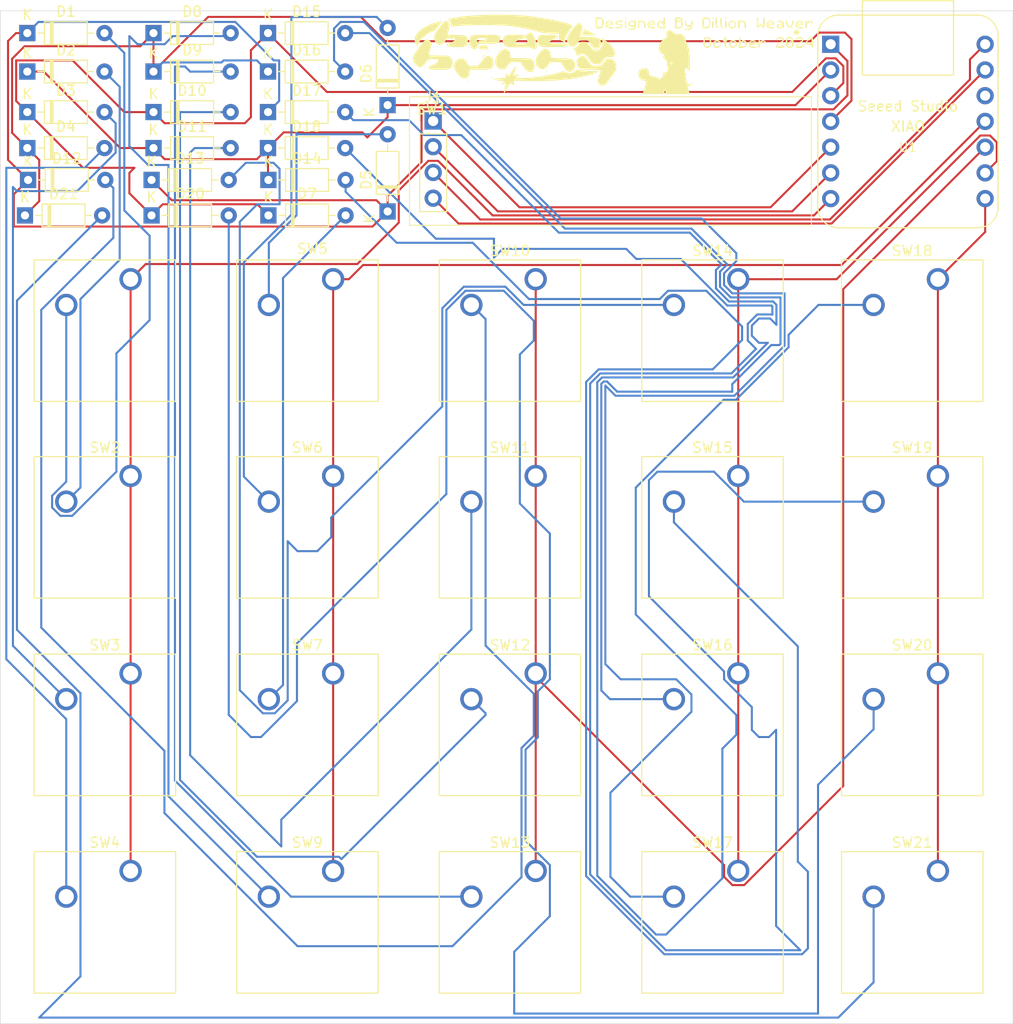
<source format=kicad_pcb>
(kicad_pcb (version 20240108) (generator "pcbnew") (generator_version "8.0")
  (layers (0 "F.Cu" signal) (31 "B.Cu" signal) (34 "B.Paste" user) (35 "F.Paste" user) (36 "B.SilkS" user "B.Silkscreen") (37 "F.SilkS" user "F.Silkscreen") (38 "B.Mask" user) (39 "F.Mask" user) (44 "Edge.Cuts" user))
  (net 0 "")
  (net 1 "Net-(D1-A)")
  (net 2 "ROW1")
  (net 3 "ROW2")
  (net 4 "Net-(D2-A)")
  (net 5 "Net-(D3-A)")
  (net 6 "ROW3")
  (net 7 "ROW4")
  (net 8 "Net-(D4-A)")
  (net 9 "Net-(D5-A)")
  (net 10 "Net-(D6-A)")
  (net 11 "Net-(D7-A)")
  (net 12 "Net-(D8-A)")
  (net 13 "Net-(D9-A)")
  (net 14 "Net-(D10-A)")
  (net 15 "Net-(D11-A)")
  (net 16 "Net-(D12-A)")
  (net 17 "Net-(D13-A)")
  (net 18 "Net-(D14-A)")
  (net 19 "Net-(D15-A)")
  (net 20 "Net-(D16-A)")
  (net 21 "Net-(D17-A)")
  (net 22 "Net-(D18-A)")
  (net 23 "Net-(D20-A)")
  (net 24 "Net-(D21-A)")
  (net 25 "SDA")
  (net 26 "GND")
  (net 27 "VCC")
  (net 28 "SCL")
  (net 29 "COL1")
  (net 30 "COL5")
  (net 31 "COL4")
  (net 32 "COL3")
  (net 33 "COL2")
  (footprint "Button_Switch_Keyboard:SW_Cherry_MX_1.00u_PCB" (layer "F.Cu") (at 157.12 86.92)
    (property "Reference" "SW16")
    (property "Value" "SW_Push")
  )
  (footprint "Button_Switch_Keyboard:SW_Cherry_MX_1.00u_PCB" (layer "F.Cu") (at 117.12 86.92)
    (property "Reference" "SW7")
    (property "Value" "SW_Push")
  )
  (footprint "Diode_THT:D_DO-35_SOD27_P7.62mm_Horizontal" (layer "F.Cu") (at 86.92 35.05)
    (property "Reference" "D4")
    (property "Value" "D")
  )
  (footprint "Diode_THT:D_DO-35_SOD27_P7.62mm_Horizontal" (layer "F.Cu") (at 110.69 31.5)
    (property "Reference" "D17")
    (property "Value" "D")
  )
  (footprint "Diode_THT:D_DO-35_SOD27_P7.62mm_Horizontal" (layer "F.Cu") (at 99.38 31.5)
    (property "Reference" "D10")
    (property "Value" "D")
  )
  (footprint "Button_Switch_Keyboard:SW_Cherry_MX_1.00u_PCB" (layer "F.Cu") (at 117.12 106.42)
    (property "Reference" "SW9")
    (property "Value" "SW_Push")
  )
  (footprint "Diode_THT:D_DO-35_SOD27_P7.62mm_Horizontal" (layer "F.Cu") (at 110.69 35.05)
    (property "Reference" "D18")
    (property "Value" "D")
  )
  (footprint "Diode_THT:D_DO-35_SOD27_P7.62mm_Horizontal" (layer "F.Cu") (at 122.5 30.81 90)
    (property "Reference" "D6")
    (property "Value" "D")
  )
  (footprint "Diode_THT:D_DO-35_SOD27_P7.62mm_Horizontal" (layer "F.Cu") (at 110.69 23.7)
    (property "Reference" "D15")
    (property "Value" "D")
  )
  (footprint "Diode_THT:D_DO-35_SOD27_P7.62mm_Horizontal" (layer "F.Cu") (at 86.92 31.5)
    (property "Reference" "D3")
    (property "Value" "D")
  )
  (footprint "Button_Switch_Keyboard:SW_Cherry_MX_1.00u_PCB" (layer "F.Cu") (at 97.12 86.92)
    (property "Reference" "SW3")
    (property "Value" "SW_Push")
  )
  (footprint "Diode_THT:D_DO-35_SOD27_P7.62mm_Horizontal" (layer "F.Cu") (at 99.38 35.05)
    (property "Reference" "D11")
    (property "Value" "D")
  )
  (footprint "Button_Switch_Keyboard:SW_Cherry_MX_1.00u_PCB" (layer "F.Cu") (at 117.12 47.99747)
    (property "Reference" "SW5")
    (property "Value" "SW_Push")
  )
  (footprint "Diode_THT:D_DO-35_SOD27_P7.62mm_Horizontal" (layer "F.Cu") (at 110.69 27.5)
    (property "Reference" "D16")
    (property "Value" "D")
  )
  (footprint "Seeed Studio XIAO Series Library:XIAO-Generic-Thruhole-14P-2.54-21X17.8MM" (layer "F.Cu") (at 173.875 32.42)
    (property "Reference" "U1")
    (property "Value" "Seeed Studio XIAO SAMD21" (hide yes))
  )
  (footprint "Diode_THT:D_DO-35_SOD27_P7.62mm_Horizontal" (layer "F.Cu") (at 110.73 41.7)
    (property "Reference" "D7")
    (property "Value" "D")
  )
  (footprint "Button_Switch_Keyboard:SW_Cherry_MX_1.00u_PCB" (layer "F.Cu") (at 176.836 47.99747)
    (property "Reference" "SW18")
    (property "Value" "SW_Push")
  )
  (footprint "Diode_THT:D_DO-35_SOD27_P7.62mm_Horizontal" (layer "F.Cu") (at 86.92 27.5)
    (property "Reference" "D2")
    (property "Value" "D")
  )
  (footprint "Button_Switch_Keyboard:SW_Cherry_MX_1.00u_PCB" (layer "F.Cu") (at 97.12 67.42)
    (property "Reference" "SW2")
    (property "Value" "SW_Push")
  )
  (footprint "LOGO" (layer "F.Cu") (at 149.336596 26.352368)
    (property "Reference" "G***" (hide yes))
    (property "Value" "LOGO" (hide yes))
  )
  (footprint "Button_Switch_Keyboard:SW_Cherry_MX_1.00u_PCB" (layer "F.Cu") (at 157.12 106.42)
    (property "Reference" "SW17")
    (property "Value" "SW_Push")
  )
  (footprint "Diode_THT:D_DO-35_SOD27_P7.62mm_Horizontal" (layer "F.Cu") (at 99.38 23.7)
    (property "Reference" "D8")
    (property "Value" "D")
  )
  (footprint "Button_Switch_Keyboard:SW_Cherry_MX_1.00u_PCB" (layer "F.Cu") (at 176.836 106.42)
    (property "Reference" "SW21")
    (property "Value" "SW_Push")
  )
  (footprint "Button_Switch_Keyboard:SW_Cherry_MX_1.00u_PCB" (layer "F.Cu") (at 157.12 47.99747)
    (property "Reference" "SW14")
    (property "Value" "SW_Push")
  )
  (footprint "Button_Switch_Keyboard:SW_Cherry_MX_1.00u_PCB" (layer "F.Cu") (at 137.12 67.42)
    (property "Reference" "SW11")
    (property "Value" "SW_Push")
  )
  (footprint "LOGO" (layer "F.Cu") (at 153.820198 23.413117)
    (property "Reference" "G***" (hide yes))
    (property "Value" "LOGO" (hide yes))
  )
  (footprint "Diode_THT:D_DO-35_SOD27_P7.62mm_Horizontal" (layer "F.Cu") (at 110.73 38.2)
    (property "Reference" "D14")
    (property "Value" "D")
  )
  (footprint "Button_Switch_Keyboard:SW_Cherry_MX_1.00u_PCB" (layer "F.Cu") (at 137.12 86.92)
    (property "Reference" "SW12")
    (property "Value" "SW_Push")
  )
  (footprint "Button_Switch_Keyboard:SW_Cherry_MX_1.00u_PCB" (layer "F.Cu") (at 176.836 67.42)
    (property "Reference" "SW19")
    (property "Value" "SW_Push")
  )
  (footprint "LOGO" (layer "F.Cu") (at 135.088703 25.256376)
    (property "Reference" "G***" (hide yes))
    (property "Value" "LOGO" (hide yes))
  )
  (footprint "Diode_THT:D_DO-35_SOD27_P7.62mm_Horizontal" (layer "F.Cu") (at 86.92 23.7)
    (property "Reference" "D1")
    (property "Value" "D")
  )
  (footprint "Connector_PinHeader_2.54mm:PinHeader_1x04_P2.54mm_Vertical" (layer "F.Cu") (at 127 32.38)
    (property "Reference" "J1")
    (property "Value" "OLED_DISPLAY")
  )
  (footprint "Diode_THT:D_DO-35_SOD27_P7.62mm_Horizontal" (layer "F.Cu") (at 99.19 38.2)
    (property "Reference" "D13")
    (property "Value" "D")
  )
  (footprint "Button_Switch_Keyboard:SW_Cherry_MX_1.00u_PCB" (layer "F.Cu") (at 176.836 86.92)
    (property "Reference" "SW20")
    (property "Value" "SW_Push")
  )
  (footprint "Diode_THT:D_DO-35_SOD27_P7.62mm_Horizontal" (layer "F.Cu") (at 99.19 41.7)
    (property "Reference" "D20")
    (property "Value" "D")
  )
  (footprint "Button_Switch_Keyboard:SW_Cherry_MX_1.00u_PCB" (layer "F.Cu") (at 97.12 47.99747)
    (property "Reference" "SW1")
    (property "Value" "SW_Push")
  )
  (footprint "Button_Switch_Keyboard:SW_Cherry_MX_1.00u_PCB" (layer "F.Cu") (at 137.12 106.42)
    (property "Reference" "SW13")
    (property "Value" "SW_Push")
  )
  (footprint "Button_Switch_Keyboard:SW_Cherry_MX_1.00u_PCB" (layer "F.Cu") (at 97.12 106.42)
    (property "Reference" "SW4")
    (property "Value" "SW_Push")
  )
  (footprint "Diode_THT:D_DO-35_SOD27_P7.62mm_Horizontal" (layer "F.Cu") (at 122.5 41.31 90)
    (property "Reference" "D5")
    (property "Value" "D")
  )
  (footprint "Diode_THT:D_DO-35_SOD27_P7.62mm_Horizontal" (layer "F.Cu") (at 87 38.2)
    (property "Reference" "D12")
    (property "Value" "D")
  )
  (footprint "Diode_THT:D_DO-35_SOD27_P7.62mm_Horizontal" (layer "F.Cu") (at 86.69 41.7)
    (property "Reference" "D21")
    (property "Value" "D")
  )
  (footprint "Button_Switch_Keyboard:SW_Cherry_MX_1.00u_PCB" (layer "F.Cu") (at 137.12 47.99747)
    (property "Reference" "SW10")
    (property "Value" "SW_Push")
  )
  (footprint "Button_Switch_Keyboard:SW_Cherry_MX_1.00u_PCB" (layer "F.Cu") (at 117.12 67.42)
    (property "Reference" "SW6")
    (property "Value" "SW_Push")
  )
  (footprint "Button_Switch_Keyboard:SW_Cherry_MX_1.00u_PCB" (layer "F.Cu") (at 157.12 67.42)
    (property "Reference" "SW15")
    (property "Value" "SW_Push")
  )
  (footprint "Diode_THT:D_DO-35_SOD27_P7.62mm_Horizontal" (layer "F.Cu") (at 99.38 27.5)
    (property "Reference" "D9")
    (property "Value" "D")
  )
  (gr_rect (start 124.65625 29.98) (end 164.34375 42.68) (stroke (width 0.1)) (fill none) (layer "F.SilkS"))
  (gr_rect (start 84.25 21.5) (end 184.25 121.5) (stroke (width 0.05)) (fill none) (layer "Edge.Cuts"))
  (segment (start 99 52.040414) (end 99 43.71) (width 0.2) (layer "B.Cu") (net 1))
  (segment (start 90.77 50.53747) (end 90.77 67.980101) (width 0.2) (layer "B.Cu") (net 1))
  (segment (start 90.77 67.980101) (end 89.37 69.380101) (width 0.2) (layer "B.Cu") (net 1))
  (segment (start 90.190101 71.36) (end 91.36 71.36) (width 0.2) (layer "B.Cu") (net 1))
  (segment (start 91.36 71.36) (end 95.72 67) (width 0.2) (layer "B.Cu") (net 1))
  (segment (start 89.37 69.380101) (end 89.37 70.539899) (width 0.2) (layer "B.Cu") (net 1))
  (segment (start 89.37 70.539899) (end 90.190101 71.36) (width 0.2) (layer "B.Cu") (net 1))
  (segment (start 96.5 25.66) (end 94.54 23.7) (width 0.2) (layer "B.Cu") (net 1))
  (segment (start 99 43.71) (end 96.5 41.21) (width 0.2) (layer "B.Cu") (net 1))
  (segment (start 95.72 55.320414) (end 99 52.040414) (width 0.2) (layer "B.Cu") (net 1))
  (segment (start 96.5 41.21) (end 96.5 25.66) (width 0.2) (layer "B.Cu") (net 1))
  (segment (start 95.72 67) (end 95.72 55.320414) (width 0.2) (layer "B.Cu") (net 1))
  (segment (start 121.01 42.8) (end 85.59 42.8) (width 0.2) (layer "F.Cu") (net 2))
  (segment (start 167.9 26.45) (end 166.25 24.8) (width 0.2) (layer "F.Cu") (net 2))
  (segment (start 99.19 38.2) (end 101.19 40.2) (width 0.2) (layer "F.Cu") (net 2))
  (segment (start 125.85 31.23) (end 166.526346 31.23) (width 0.2) (layer "F.Cu") (net 2))
  (segment (start 122.5 41.31) (end 121.01 42.8) (width 0.2) (layer "F.Cu") (net 2))
  (segment (start 101.19 40.2) (end 121.39 40.2) (width 0.2) (layer "F.Cu") (net 2))
  (segment (start 85.59 42.8) (end 85.59 39.61) (width 0.2) (layer "F.Cu") (net 2))
  (segment (start 122.5 39.767969) (end 125.85 36.417969) (width 0.2) (layer "F.Cu") (net 2))
  (segment (start 85.02 36.22) (end 87 38.2) (width 0.2) (layer "F.Cu") (net 2))
  (segment (start 86.92 23.7) (end 85.8 23.7) (width 0.2) (layer "F.Cu") (net 2))
  (segment (start 85.8 23.7) (end 85.02 24.48) (width 0.2) (layer "F.Cu") (net 2))
  (segment (start 85.02 24.48) (end 85.02 36.22) (width 0.2) (layer "F.Cu") (net 2))
  (segment (start 166.526346 31.23) (end 167.9 29.856346) (width 0.2) (layer "F.Cu") (net 2))
  (segment (start 167.9 29.856346) (end 167.9 26.45) (width 0.2) (layer "F.Cu") (net 2))
  (segment (start 125.85 36.417969) (end 125.85 31.23) (width 0.2) (layer "F.Cu") (net 2))
  (segment (start 122.5 41.31) (end 122.5 39.767969) (width 0.2) (layer "F.Cu") (net 2))
  (segment (start 85.59 39.61) (end 87 38.2) (width 0.2) (layer "F.Cu") (net 2))
  (segment (start 121.39 40.2) (end 122.5 41.31) (width 0.2) (layer "F.Cu") (net 2))
  (segment (start 88.02 22.6) (end 86.92 23.7) (width 0.2) (layer "B.Cu") (net 2))
  (segment (start 111.79 30.4) (end 111.79 26.4) (width 0.2) (layer "B.Cu") (net 2))
  (segment (start 111.79 26.4) (end 111.255635 26.4) (width 0.2) (layer "B.Cu") (net 2))
  (segment (start 107.455635 22.6) (end 88.02 22.6) (width 0.2) (layer "B.Cu") (net 2))
  (segment (start 111.255635 26.4) (end 107.455635 22.6) (width 0.2) (layer "B.Cu") (net 2))
  (segment (start 110.69 31.5) (end 111.79 30.4) (width 0.2) (layer "B.Cu") (net 2))
  (segment (start 122.5 32) (end 122.5 30.81) (width 0.2) (layer "F.Cu") (net 3))
  (segment (start 110.69 38.16) (end 110.73 38.2) (width 0.2) (layer "F.Cu") (net 3))
  (segment (start 88.545635 27.5) (end 96.095635 35.05) (width 0.2) (layer "F.Cu") (net 3))
  (segment (start 96.095635 35.05) (end 99.38 35.05) (width 0.2) (layer "F.Cu") (net 3))
  (segment (start 99.38 35.05) (end 100.48 36.15) (width 0.2) (layer "F.Cu") (net 3))
  (segment (start 110.69 35.05) (end 112.24 33.5) (width 0.2) (layer "F.Cu") (net 3))
  (segment (start 109.59 36.15) (end 110.69 35.05) (width 0.2) (layer "F.Cu") (net 3))
  (segment (start 122.5 30.81) (end 162.78 30.81) (width 0.2) (layer "F.Cu") (net 3))
  (segment (start 112.24 33.5) (end 120 33.5) (width 0.2) (layer "F.Cu") (net 3))
  (segment (start 100.48 36.15) (end 109.59 36.15) (width 0.2) (layer "F.Cu") (net 3))
  (segment (start 162.78 30.81) (end 166.25 27.34) (width 0.2) (layer "F.Cu") (net 3))
  (segment (start 110.69 35.05) (end 110.69 38.16) (width 0.2) (layer "F.Cu") (net 3))
  (segment (start 120.5 34) (end 122.5 32) (width 0.2) (layer "F.Cu") (net 3))
  (segment (start 120 33.5) (end 120.5 34) (width 0.2) (layer "F.Cu") (net 3))
  (segment (start 86.92 27.5) (end 88.545635 27.5) (width 0.2) (layer "F.Cu") (net 3))
  (segment (start 96.04 29) (end 94.54 27.5) (width 0.2) (layer "B.Cu") (net 4))
  (segment (start 92.17 68.56) (end 92.17 49.957571) (width 0.2) (layer "B.Cu") (net 4))
  (segment (start 90.77 69.96) (end 92.17 68.56) (width 0.2) (layer "B.Cu") (net 4))
  (segment (start 92.17 49.957571) (end 96.04 46.087571) (width 0.2) (layer "B.Cu") (net 4))
  (segment (start 96.04 46.087571) (end 96.04 29) (width 0.2) (layer "B.Cu") (net 4))
  (segment (start 95.64 35.505635) (end 95.64 32.6) (width 0.2) (layer "B.Cu") (net 5))
  (segment (start 85.9 39.3) (end 91.845635 39.3) (width 0.2) (layer "B.Cu") (net 5))
  (segment (start 95.64 32.6) (end 94.54 31.5) (width 0.2) (layer "B.Cu") (net 5))
  (segment (start 85.5 38.9) (end 85.9 39.3) (width 0.2) (layer "B.Cu") (net 5))
  (segment (start 85.5 84.19) (end 85.5 38.9) (width 0.2) (layer "B.Cu") (net 5))
  (segment (start 90.77 89.46) (end 85.5 84.19) (width 0.2) (layer "B.Cu") (net 5))
  (segment (start 91.845635 39.3) (end 95.64 35.505635) (width 0.2) (layer "B.Cu") (net 5))
  (segment (start 92.42 37) (end 97.5 37) (width 0.2) (layer "F.Cu") (net 6))
  (segment (start 97 39.51) (end 99.19 41.7) (width 0.2) (layer "F.Cu") (net 6))
  (segment (start 85.82 30.4) (end 85.82 26.4) (width 0.2) (layer "F.Cu") (net 6))
  (segment (start 108.4 32.6) (end 109 32) (width 0.2) (layer "F.Cu") (net 6))
  (segment (start 85.82 26.4) (end 91.4 26.4) (width 0.2) (layer "F.Cu") (net 6))
  (segment (start 109 32) (end 109 25.39) (width 0.2) (layer "F.Cu") (net 6))
  (segment (start 86.92 31.5) (end 85.82 30.4) (width 0.2) (layer "F.Cu") (net 6))
  (segment (start 116.502157 29.512157) (end 162.451497 29.512157) (width 0.2) (layer "F.Cu") (net 6))
  (segment (start 110.69 23.7) (end 116.502157 29.512157) (width 0.2) (layer "F.Cu") (net 6))
  (segment (start 96.5 31.5) (end 99.38 31.5) (width 0.2) (layer "F.Cu") (net 6))
  (segment (start 165.773654 26.19) (end 166.726346 26.19) (width 0.2) (layer "F.Cu") (net 6))
  (segment (start 167.5 28.63) (end 166.25 29.88) (width 0.2) (layer "F.Cu") (net 6))
  (segment (start 99.38 31.5) (end 100.48 32.6) (width 0.2) (layer "F.Cu") (net 6))
  (segment (start 109 25.39) (end 110.69 23.7) (width 0.2) (layer "F.Cu") (net 6))
  (segment (start 162.451497 29.512157) (end 165.773654 26.19) (width 0.2) (layer "F.Cu") (net 6))
  (segment (start 100.29 40.6) (end 109.63 40.6) (width 0.2) (layer "F.Cu") (net 6))
  (segment (start 100.48 32.6) (end 108.4 32.6) (width 0.2) (layer "F.Cu") (net 6))
  (segment (start 86.92 31.5) (end 92.42 37) (width 0.2) (layer "F.Cu") (net 6))
  (segment (start 91.4 26.4) (end 96.5 31.5) (width 0.2) (layer "F.Cu") (net 6))
  (segment (start 97 37.5) (end 97 39.51) (width 0.2) (layer "F.Cu") (net 6))
  (segment (start 167.5 26.963654) (end 167.5 28.63) (width 0.2) (layer "F.Cu") (net 6))
  (segment (start 97.5 37) (end 97 37.5) (width 0.2) (layer "F.Cu") (net 6))
  (segment (start 99.19 41.7) (end 100.29 40.6) (width 0.2) (layer "F.Cu") (net 6))
  (segment (start 109.63 40.6) (end 110.73 41.7) (width 0.2) (layer "F.Cu") (net 6))
  (segment (start 166.726346 26.19) (end 167.5 26.963654) (width 0.2) (layer "F.Cu") (net 6))
  (segment (start 98.08 25) (end 99.38 23.7) (width 0.2) (layer "F.Cu") (net 7))
  (segment (start 86.92 35.05) (end 88.1 36.23) (width 0.2) (layer "F.Cu") (net 7))
  (segment (start 119.854365 22.1) (end 122.254365 24.5) (width 0.2) (layer "F.Cu") (net 7))
  (segment (start 88.1 40.29) (end 86.69 41.7) (width 0.2) (layer "F.Cu") (net 7))
  (segment (start 86.654315 25) (end 98.08 25) (width 0.2) (layer "F.Cu") (net 7))
  (segment (start 85.42 33.55) (end 85.42 26.234315) (width 0.2) (layer "F.Cu") (net 7))
  (segment (start 104.78 22.1) (end 119.854365 22.1) (width 0.2) (layer "F.Cu") (net 7))
  (segment (start 164.25 24.5) (end 165.1 23.65) (width 0.2) (layer "F.Cu") (net 7))
  (segment (start 99.38 27.5) (end 104.78 22.1) (width 0.2) (layer "F.Cu") (net 7))
  (segment (start 167.65 23.65) (end 168.3 24.3) (width 0.2) (layer "F.Cu") (net 7))
  (segment (start 122.254365 24.5) (end 164.25 24.5) (width 0.2) (layer "F.Cu") (net 7))
  (segment (start 86.92 35.05) (end 85.42 33.55) (width 0.2) (layer "F.Cu") (net 7))
  (segment (start 85.42 26.234315) (end 86.654315 25) (width 0.2) (layer "F.Cu") (net 7))
  (segment (start 99.38 23.7) (end 99.38 27.5) (width 0.2) (layer "F.Cu") (net 7))
  (segment (start 165.1 23.65) (end 167.65 23.65) (width 0.2) (layer "F.Cu") (net 7))
  (segment (start 168.3 30.37) (end 166.25 32.42) (width 0.2) (layer "F.Cu") (net 7))
  (segment (start 88.1 36.23) (end 88.1 40.29) (width 0.2) (layer "F.Cu") (net 7))
  (segment (start 168.3 24.3) (end 168.3 30.37) (width 0.2) (layer "F.Cu") (net 7))
  (segment (start 100.28 26.6) (end 106.100001 26.6) (width 0.2) (layer "B.Cu") (net 7))
  (segment (start 106.300001 26.4) (end 109.59 26.4) (width 0.2) (layer "B.Cu") (net 7))
  (segment (start 109.59 26.4) (end 110.69 27.5) (width 0.2) (layer "B.Cu") (net 7))
  (segment (start 106.100001 26.6) (end 106.300001 26.4) (width 0.2) (layer "B.Cu") (net 7))
  (segment (start 99.38 27.5) (end 100.28 26.6) (width 0.2) (layer "B.Cu") (net 7))
  (segment (start 84.85 85.519899) (end 84.85 37) (width 0.2) (layer "B.Cu") (net 8))
  (segment (start 90.77 108.96) (end 90.77 91.439899) (width 0.2) (layer "B.Cu") (net 8))
  (segment (start 84.85 37) (end 92.59 37) (width 0.2) (layer "B.Cu") (net 8))
  (segment (start 90.77 91.439899) (end 84.85 85.519899) (width 0.2) (layer "B.Cu") (net 8))
  (segment (start 92.59 37) (end 94.54 35.05) (width 0.2) (layer "B.Cu") (net 8))
  (segment (start 113.69 33.69) (end 122.5 33.69) (width 0.2) (layer "B.Cu") (net 9))
  (segment (start 113.5 41.695686) (end 113.5 33.5) (width 0.2) (layer "B.Cu") (net 9))
  (segment (start 110.77 50.53747) (end 110.77 44.425686) (width 0.2) (layer "B.Cu") (net 9))
  (segment (start 113.5 33.5) (end 113.69 33.69) (width 0.2) (layer "B.Cu") (net 9))
  (segment (start 110.77 44.425686) (end 113.5 41.695686) (width 0.2) (layer "B.Cu") (net 9))
  (segment (start 121.41 22.1) (end 122.5 23.19) (width 0.2) (layer "B.Cu") (net 10))
  (segment (start 108.3 67.49) (end 108.3 46.33) (width 0.2) (layer "B.Cu") (net 10))
  (segment (start 113 22.1) (end 121.41 22.1) (width 0.2) (layer "B.Cu") (net 10))
  (segment (start 110.77 69.96) (end 108.3 67.49) (width 0.2) (layer "B.Cu") (net 10))
  (segment (start 108.3 46.33) (end 113 41.63) (width 0.2) (layer "B.Cu") (net 10))
  (segment (start 113 41.63) (end 113 22.1) (width 0.2) (layer "B.Cu") (net 10))
  (segment (start 112.17 88.06) (end 110.77 89.46) (width 0.2) (layer "B.Cu") (net 11))
  (segment (start 118.35 41.7) (end 112.17 47.88) (width 0.2) (layer "B.Cu") (net 11))
  (segment (start 112.17 47.88) (end 112.17 88.06) (width 0.2) (layer "B.Cu") (net 11))
  (segment (start 98.85 36.72) (end 97 34.87) (width 0.2) (layer "B.Cu") (net 12))
  (segment (start 97 24) (end 97.8 24.8) (width 0.2) (layer "B.Cu") (net 12))
  (segment (start 100.86 36.72) (end 98.85 36.72) (width 0.2) (layer "B.Cu") (net 12))
  (segment (start 100.48 24.8) (end 101.28 24) (width 0.2) (layer "B.Cu") (net 12))
  (segment (start 110.77 108.96) (end 100.86 99.05) (width 0.2) (layer "B.Cu") (net 12))
  (segment (start 101.28 24) (end 106.7 24) (width 0.2) (layer "B.Cu") (net 12))
  (segment (start 97 34.87) (end 97 24) (width 0.2) (layer "B.Cu") (net 12))
  (segment (start 97.8 24.8) (end 100.48 24.8) (width 0.2) (layer "B.Cu") (net 12))
  (segment (start 100.86 99.05) (end 100.86 36.72) (width 0.2) (layer "B.Cu") (net 12))
  (segment (start 106.7 24) (end 107 23.7) (width 0.2) (layer "B.Cu") (net 12))
  (segment (start 130.77 108.96) (end 112.96 108.96) (width 0.2) (layer "B.Cu") (net 13))
  (segment (start 101.5 27) (end 102.5 27) (width 0.2) (layer "B.Cu") (net 13))
  (segment (start 101.5 97.5) (end 101.5 27) (width 0.2) (layer "B.Cu") (net 13))
  (segment (start 112.96 108.96) (end 101.5 97.5) (width 0.2) (layer "B.Cu") (net 13))
  (segment (start 102.5 27) (end 103 27.5) (width 0.2) (layer "B.Cu") (net 13))
  (segment (start 103 27.5) (end 107 27.5) (width 0.2) (layer "B.Cu") (net 13))
  (segment (start 117.938477 105.258579) (end 117.699899 105.02) (width 0.2) (layer "B.Cu") (net 14))
  (segment (start 117.699899 105.02) (end 109.585686 105.02) (width 0.2) (layer "B.Cu") (net 14))
  (segment (start 132.17 91.027056) (end 117.938477 105.258579) (width 0.2) (layer "B.Cu") (net 14))
  (segment (start 102 31.5) (end 107 31.5) (width 0.2) (layer "B.Cu") (net 14))
  (segment (start 109.585686 105.02) (end 102 97.434314) (width 0.2) (layer "B.Cu") (net 14))
  (segment (start 132.17 90.86) (end 132.17 91.027056) (width 0.2) (layer "B.Cu") (net 14))
  (segment (start 102 97.434314) (end 102 31.5) (width 0.2) (layer "B.Cu") (net 14))
  (segment (start 130.77 89.46) (end 132.17 90.86) (width 0.2) (layer "B.Cu") (net 14))
  (segment (start 130.77 69.96) (end 130.77 82.587056) (width 0.2) (layer "B.Cu") (net 15))
  (segment (start 103 35.5) (end 103.45 35.05) (width 0.2) (layer "B.Cu") (net 15))
  (segment (start 112 104) (end 103 95) (width 0.2) (layer "B.Cu") (net 15))
  (segment (start 103.45 35.05) (end 107 35.05) (width 0.2) (layer "B.Cu") (net 15))
  (segment (start 103 95) (end 103 35.5) (width 0.2) (layer "B.Cu") (net 15))
  (segment (start 112 101.357056) (end 112 104) (width 0.2) (layer "B.Cu") (net 15))
  (segment (start 130.77 82.587056) (end 112 101.357056) (width 0.2) (layer "B.Cu") (net 15))
  (segment (start 135.72 107.036598) (end 135.72 94.28) (width 0.2) (layer "B.Cu") (net 16))
  (segment (start 88.3 82.396598) (end 100.46 94.556598) (width 0.2) (layer "B.Cu") (net 16))
  (segment (start 132.17 84.17) (end 132.17 51.93747) (width 0.2) (layer "B.Cu") (net 16))
  (segment (start 100.46 94.556598) (end 100.46 100.703402) (width 0.2) (layer "B.Cu") (net 16))
  (segment (start 136.93 93.07) (end 136.93 88.93) (width 0.2) (layer "B.Cu") (net 16))
  (segment (start 113.606598 113.85) (end 128.906598 113.85) (width 0.2) (layer "B.Cu") (net 16))
  (segment (start 100.46 100.703402) (end 113.606598 113.85) (width 0.2) (layer "B.Cu") (net 16))
  (segment (start 132.17 51.93747) (end 130.77 50.53747) (width 0.2) (layer "B.Cu") (net 16))
  (segment (start 128.906598 113.85) (end 135.72 107.036598) (width 0.2) (layer "B.Cu") (net 16))
  (segment (start 88.3 51.027571) (end 88.3 82.396598) (width 0.2) (layer "B.Cu") (net 16))
  (segment (start 95.419999 38.999999) (end 95.419999 43.907572) (width 0.2) (layer "B.Cu") (net 16))
  (segment (start 136.93 88.93) (end 132.17 84.17) (width 0.2) (layer "B.Cu") (net 16))
  (segment (start 135.72 94.28) (end 136.93 93.07) (width 0.2) (layer "B.Cu") (net 16))
  (segment (start 94.62 38.2) (end 95.419999 38.999999) (width 0.2) (layer "B.Cu") (net 16))
  (segment (start 95.419999 43.907572) (end 88.3 51.027571) (width 0.2) (layer "B.Cu") (net 16))
  (segment (start 127.9 60.556598) (end 127.9 50.861885) (width 0.2) (layer "B.Cu") (net 17))
  (segment (start 111.349899 90.86) (end 112.63 89.579899) (width 0.2) (layer "B.Cu") (net 17))
  (segment (start 112.63 73.873402) (end 113.606598 74.85) (width 0.2) (layer "B.Cu") (net 17))
  (segment (start 113.606598 74.85) (end 115.553402 74.85) (width 0.2) (layer "B.Cu") (net 17))
  (segment (start 109.63 40.6) (end 107.9 42.33) (width 0.2) (layer "B.Cu") (net 17))
  (segment (start 107.9 42.33) (end 107.9 88.569899) (width 0.2) (layer "B.Cu") (net 17))
  (segment (start 112.63 89.579899) (end 112.63 73.873402) (width 0.2) (layer "B.Cu") (net 17))
  (segment (start 130.024415 48.73747) (end 134.129088 48.73747) (width 0.2) (layer "B.Cu") (net 17))
  (segment (start 135.929088 50.53747) (end 150.77 50.53747) (width 0.2) (layer "B.Cu") (net 17))
  (segment (start 111.23 36.5) (end 111.83 37.1) (width 0.2) (layer "B.Cu") (net 17))
  (segment (start 110.190101 90.86) (end 111.349899 90.86) (width 0.2) (layer "B.Cu") (net 17))
  (segment (start 116.93 71.526598) (end 127.9 60.556598) (width 0.2) (layer "B.Cu") (net 17))
  (segment (start 115.553402 74.85) (end 116.93 73.473402) (width 0.2) (layer "B.Cu") (net 17))
  (segment (start 111.83 37.1) (end 111.83 40.6) (width 0.2) (layer "B.Cu") (net 17))
  (segment (start 107.9 88.569899) (end 110.190101 90.86) (width 0.2) (layer "B.Cu") (net 17))
  (segment (start 108.51 36.5) (end 111.23 36.5) (width 0.2) (layer "B.Cu") (net 17))
  (segment (start 111.83 40.6) (end 109.63 40.6) (width 0.2) (layer "B.Cu") (net 17))
  (segment (start 116.93 73.473402) (end 116.93 71.526598) (width 0.2) (layer "B.Cu") (net 17))
  (segment (start 106.81 38.2) (end 108.51 36.5) (width 0.2) (layer "B.Cu") (net 17))
  (segment (start 127.9 50.861885) (end 130.024415 48.73747) (width 0.2) (layer "B.Cu") (net 17))
  (segment (start 134.129088 48.73747) (end 135.929088 50.53747) (width 0.2) (layer "B.Cu") (net 17))
  (segment (start 118.35 38.2) (end 118.35 39.36) (width 0.2) (layer "B.Cu") (net 18))
  (segment (start 136.457571 49.957571) (end 149.37 49.957571) (width 0.2) (layer "B.Cu") (net 18))
  (segment (start 142.1 58.137256) (end 142.1 106.928428) (width 0.2) (layer "B.Cu") (net 18))
  (segment (start 118.35 39.36) (end 123.39 44.4) (width 0.2) (layer "B.Cu") (net 18))
  (segment (start 130.9 44.4) (end 136.457571 49.957571) (width 0.2) (layer "B.Cu") (net 18))
  (segment (start 150.77 72.013402) (end 150.77 69.96) (width 0.2) (layer "B.Cu") (net 18))
  (segment (start 123.39 44.4) (end 130.9 44.4) (width 0.2) (layer "B.Cu") (net 18))
  (segment (start 163 105.5) (end 163 84.243402) (width 0.2) (layer "B.Cu") (net 18))
  (segment (start 149.37 49.957571) (end 150.190101 49.13747) (width 0.2) (layer "B.Cu") (net 18))
  (segment (start 154.6 56.9) (end 143.337256 56.9) (width 0.2) (layer "B.Cu") (net 18))
  (segment (start 157.5 54) (end 154.6 56.9) (width 0.2) (layer "B.Cu") (net 18))
  (segment (start 153.963402 49.13747) (end 157.5 52.674068) (width 0.2) (layer "B.Cu") (net 18))
  (segment (start 142.1 106.928428) (end 149.821572 114.65) (width 0.2) (layer "B.Cu") (net 18))
  (segment (start 149.821572 114.65) (end 163.415686 114.65) (width 0.2) (layer "B.Cu") (net 18))
  (segment (start 163 84.243402) (end 150.77 72.013402) (width 0.2) (layer "B.Cu") (net 18))
  (segment (start 150.190101 49.13747) (end 153.963402 49.13747) (width 0.2) (layer "B.Cu") (net 18))
  (segment (start 157.5 52.674068) (end 157.5 54) (width 0.2) (layer "B.Cu") (net 18))
  (segment (start 164 106.5) (end 163 105.5) (width 0.2) (layer "B.Cu") (net 18))
  (segment (start 143.337256 56.9) (end 142.1 58.137256) (width 0.2) (layer "B.Cu") (net 18))
  (segment (start 163.415686 114.65) (end 164 114.065686) (width 0.2) (layer "B.Cu") (net 18))
  (segment (start 164 114.065686) (end 164 106.5) (width 0.2) (layer "B.Cu") (net 18))
  (segment (start 161.291315 49.79747) (end 161.291315 54.382998) (width 0.2) (layer "B.Cu") (net 19))
  (segment (start 143.6 88.6) (end 144.46 89.46) (width 0.2) (layer "B.Cu") (net 19))
  (segment (start 156.374415 49.79747) (end 161.291315 49.79747) (width 0.2) (layer "B.Cu") (net 19))
  (segment (start 155.32 47.251885) (end 155.32 48.743055) (width 0.2) (layer "B.Cu") (net 19))
  (segment (start 161.291315 54.382998) (end 161.174313 54.5) (width 0.2) (layer "B.Cu") (net 19))
  (segment (start 156.035943 46.535943) (end 155.32 47.251885) (width 0.2) (layer "B.Cu") (net 19))
  (segment (start 145.165686 59.1) (end 144.165686 58.1) (width 0.2) (layer "B.Cu") (net 19))
  (segment (start 156.53 59.1) (end 145.165686 59.1) (width 0.2) (layer "B.Cu") (net 19))
  (segment (start 144.165686 58.1) (end 143.834314 58.1) (width 0.2) (layer "B.Cu") (net 19))
  (segment (start 118.31 23.7) (end 120.7 23.7) (width 0.2) (layer "B.Cu") (net 19))
  (segment (start 140 43) (end 152.5 43) (width 0.2) (layer "B.Cu") (net 19))
  (segment (start 155.32 48.743055) (end 155.554315 48.977369) (width 0.2) (layer "B.Cu") (net 19))
  (segment (start 143.834314 58.1) (end 143.6 58.334314) (width 0.2) (layer "B.Cu") (net 19))
  (segment (start 156.53 58.350872) (end 156.53 59.1) (width 0.2) (layer "B.Cu") (net 19))
  (segment (start 160.380872 54.5) (end 156.53 58.350872) (width 0.2) (layer "B.Cu") (net 19))
  (segment (start 144.46 89.46) (end 150.77 89.46) (width 0.2) (layer "B.Cu") (net 19))
  (segment (start 152.5 43) (end 156.035943 46.535943) (width 0.2) (layer "B.Cu") (net 19))
  (segment (start 143.6 58.334314) (end 143.6 88.6) (width 0.2) (layer "B.Cu") (net 19))
  (segment (start 155.554315 48.977369) (end 156.374415 49.79747) (width 0.2) (layer "B.Cu") (net 19))
  (segment (start 161.174313 54.5) (end 160.380872 54.5) (width 0.2) (layer "B.Cu") (net 19))
  (segment (start 120.7 23.7) (end 140 43) (width 0.2) (layer "B.Cu") (net 19))
  (segment (start 155.72 47.417571) (end 156.93 46.207571) (width 0.2) (layer "B.Cu") (net 20))
  (segment (start 145.5 87.5) (end 144 86) (width 0.2) (layer "B.Cu") (net 20))
  (segment (start 156.93 45.43) (end 153.5 42) (width 0.2) (layer "B.Cu") (net 20))
  (segment (start 117.21 23.244365) (end 117.21 26.4) (width 0.2) (layer "B.Cu") (net 20))
  (segment (start 152.5 89) (end 151 87.5) (width 0.2) (layer "B.Cu") (net 20))
  (segment (start 156.74 59.5) (end 161.691315 54.548684) (width 0.2) (layer "B.Cu") (net 20))
  (segment (start 151 87.5) (end 145.5 87.5) (width 0.2) (layer "B.Cu") (net 20))
  (segment (start 153.5 42) (end 139.565686 42) (width 0.2) (layer "B.Cu") (net 20))
  (segment (start 152.5 90.697056) (end 152.5 89) (width 0.2) (layer "B.Cu") (net 20))
  (segment (start 156.93 46.207571) (end 156.93 45.43) (width 0.2) (layer "B.Cu") (net 20))
  (segment (start 155.72 48.577369) (end 155.72 47.417571) (width 0.2) (layer "B.Cu") (net 20))
  (segment (start 146.46 108.96) (end 144.5 107) (width 0.2) (layer "B.Cu") (net 20))
  (segment (start 117.854365 22.6) (end 117.21 23.244365) (width 0.2) (layer "B.Cu") (net 20))
  (segment (start 161.691315 49.39747) (end 156.540101 49.39747) (width 0.2) (layer "B.Cu") (net 20))
  (segment (start 161.691315 54.548684) (end 161.691315 49.39747) (width 0.2) (layer "B.Cu") (net 20))
  (segment (start 120.165686 22.6) (end 117.854365 22.6) (width 0.2) (layer "B.Cu") (net 20))
  (segment (start 144 86) (end 144 58.5) (width 0.2) (layer "B.Cu") (net 20))
  (segment (start 150.77 108.96) (end 146.46 108.96) (width 0.2) (layer "B.Cu") (net 20))
  (segment (start 145 59.5) (end 156.74 59.5) (width 0.2) (layer "B.Cu") (net 20))
  (segment (start 144 58.5) (end 145 59.5) (width 0.2) (layer "B.Cu") (net 20))
  (segment (start 139.565686 42) (end 120.165686 22.6) (width 0.2) (layer "B.Cu") (net 20))
  (segment (start 117.21 26.4) (end 118.31 27.5) (width 0.2) (layer "B.Cu") (net 20))
  (segment (start 144.5 107) (end 144.5 98.697056) (width 0.2) (layer "B.Cu") (net 20))
  (segment (start 156.540101 49.39747) (end 155.72 48.577369) (width 0.2) (layer "B.Cu") (net 20))
  (segment (start 144.5 98.697056) (end 152.5 90.697056) (width 0.2) (layer "B.Cu") (net 20))
  (segment (start 156.93 91.026598) (end 147 81.096598) (width 0.2) (layer "B.Cu") (net 21))
  (segment (start 165.03747 50.53747) (end 170.486 50.53747) (width 0.2) (layer "B.Cu") (net 21))
  (segment (start 118.31 31.5) (end 119.109999 32.299999) (width 0.2) (layer "B.Cu") (net 21))
  (segment (start 160.568216 50.19747) (end 160.891315 50.520569) (width 0.2) (layer "B.Cu") (net 21))
  (segment (start 119.109999 32.299999) (end 124.619999 32.299999) (width 0.2) (layer "B.Cu") (net 21))
  (segment (start 158.46 52.580414) (end 158.46 53.574526) (width 0.2) (layer "B.Cu") (net 21))
  (segment (start 155.470257 46.535943) (end 154.92 47.086199) (width 0.2) (layer "B.Cu") (net 21))
  (segment (start 152.334314 43.4) (end 155.470257 46.535943) (width 0.2) (layer "B.Cu") (net 21))
  (segment (start 149.997056 112.7) (end 155.553402 107.143654) (width 0.2) (layer "B.Cu") (net 21))
  (segment (start 154.92 47.086199) (end 154.92 48.90874) (width 0.2) (layer "B.Cu") (net 21))
  (segment (start 129.77 33.77) (end 139.4 43.4) (width 0.2) (layer "B.Cu") (net 21))
  (segment (start 143.2 58.168628) (end 143.2 106.897056) (width 0.2) (layer "B.Cu") (net 21))
  (segment (start 154.92 48.90874) (end 156.20873 50.19747) (width 0.2) (layer "B.Cu") (net 21))
  (segment (start 162.091315 54.71437) (end 162.091315 53.483625) (width 0.2) (layer "B.Cu") (net 21))
  (segment (start 124.619999 32.299999) (end 126.09 33.77) (width 0.2) (layer "B.Cu") (net 21))
  (segment (start 160.037716 54.27747) (end 156.615186 57.7) (width 0.2) (layer "B.Cu") (net 21))
  (segment (start 126.09 33.77) (end 129.77 33.77) (width 0.2) (layer "B.Cu") (net 21))
  (segment (start 159.162944 54.27747) (end 160.037716 54.27747) (width 0.2) (layer "B.Cu") (net 21))
  (segment (start 149.002944 112.7) (end 149.997056 112.7) (width 0.2) (layer "B.Cu") (net 21))
  (segment (start 158.46 53.574526) (end 159.162944 54.27747) (width 0.2) (layer "B.Cu") (net 21))
  (segment (start 160.891315 50.520569) (end 160.891315 52.5) (width 0.2) (layer "B.Cu") (net 21))
  (segment (start 160.891315 52.5) (end 160.268785 51.87747) (width 0.2) (layer "B.Cu") (net 21))
  (segment (start 147 68.57494) (end 155.67494 59.9) (width 0.2) (layer "B.Cu") (net 21))
  (segment (start 147 81.096598) (end 147 68.57494) (width 0.2) (layer "B.Cu") (net 21))
  (segment (start 143.668628 57.7) (end 143.2 58.168628) (width 0.2) (layer "B.Cu") (net 21))
  (segment (start 159.162944 51.87747) (end 158.46 52.580414) (width 0.2) (layer "B.Cu") (net 21))
  (segment (start 143.2 106.897056) (end 149.002944 112.7) (width 0.2) (layer "B.Cu") (net 21))
  (segment (start 156.615186 57.7) (end 143.668628 57.7) (width 0.2) (layer "B.Cu") (net 21))
  (segment (start 160.268785 51.87747) (end 159.162944 51.87747) (width 0.2) (layer "B.Cu") (net 21))
  (segment (start 155.553402 94.35) (end 156.93 92.973402) (width 0.2) (layer "B.Cu") (net 21))
  (segment (start 155.553402 107.143654) (end 155.553402 94.35) (width 0.2) (layer "B.Cu") (net 21))
  (segment (start 156.93 92.973402) (end 156.93 91.026598) (width 0.2) (layer "B.Cu") (net 21))
  (segment (start 139.4 43.4) (end 152.334314 43.4) (width 0.2) (layer "B.Cu") (net 21))
  (segment (start 162.091315 53.483625) (end 165.03747 50.53747) (width 0.2) (layer "B.Cu") (net 21))
  (segment (start 156.20873 50.19747) (end 160.568216 50.19747) (width 0.2) (layer "B.Cu") (net 21))
  (segment (start 156.905685 59.9) (end 162.091315 54.71437) (width 0.2) (layer "B.Cu") (net 21))
  (segment (start 155.67494 59.9) (end 156.905685 59.9) (width 0.2) (layer "B.Cu") (net 21))
  (segment (start 142.5 106.762742) (end 149.987258 114.25) (width 0.2) (layer "B.Cu") (net 22))
  (segment (start 133 45.857369) (end 133.857369 45) (width 0.2) (layer "B.Cu") (net 22))
  (segment (start 148.3 67.840626) (end 149.140626 67) (width 0.2) (layer "B.Cu") (net 22))
  (segment (start 160.40253 50.59747) (end 160.491315 50.686255) (width 0.2) (layer "B.Cu") (net 22))
  (segment (start 158.997258 51.47747) (end 158.06 52.414728) (width 0.2) (layer "B.Cu") (net 22))
  (segment (start 146.052631 45) (end 147.052631 46) (width 0.2) (layer "B.Cu") (net 22))
  (segment (start 118.31 35.05) (end 127.26 44) (width 0.2) (layer "B.Cu") (net 22))
  (segment (start 154.720101 67) (end 157.680101 69.96) (width 0.2) (layer "B.Cu") (net 22))
  (segment (start 158.46 90.239899) (end 155.72 87.499899) (width 0.2) (layer "B.Cu") (net 22))
  (segment (start 158.87475 54.87475) (end 156.4495 57.3) (width 0.2) (layer "B.Cu") (net 22))
  (segment (start 156.043044 50.59747) (end 160.40253 50.59747) (width 0.2) (layer "B.Cu") (net 22))
  (segment (start 160.491315 51.5) (end 160.468785 51.47747) (width 0.2) (layer "B.Cu") (net 22))
  (segment (start 160.157056 93.2) (end 159.162944 93.2) (width 0.2) (layer "B.Cu") (net 22))
  (segment (start 159.162944 93.2) (end 158.46 92.497056) (width 0.2) (layer "B.Cu") (net 22))
  (segment (start 160.86 92.497056) (end 160.157056 93.2) (width 0.2) (layer "B.Cu") (net 22))
  (segment (start 155.72 87.499899) (end 155.72 86.72) (width 0.2) (layer "B.Cu") (net 22))
  (segment (start 149.140626 67) (end 154.720101 67) (width 0.2) (layer "B.Cu") (net 22))
  (segment (start 142.5 58.302942) (end 142.5 106.762742) (width 0.2) (layer "B.Cu") (net 22))
  (segment (start 151.445574 46) (end 156.043044 50.59747) (width 0.2) (layer "B.Cu") (net 22))
  (segment (start 157.680101 69.96) (end 170.486 69.96) (width 0.2) (layer "B.Cu") (net 22))
  (segment (start 127.26 44) (end 133 44) (width 0.2) (layer "B.Cu") (net 22))
  (segment (start 160.468785 51.47747) (end 158.997258 51.47747) (width 0.2) (layer "B.Cu") (net 22))
  (segment (start 158.06 54.06) (end 158.87475 54.87475) (width 0.2) (layer "B.Cu") (net 22))
  (segment (start 133 44) (end 133 45.857369) (width 0.2) (layer "B.Cu") (net 22))
  (segment (start 163.25 114.25) (end 160.86 111.86) (width 0.2) (layer "B.Cu") (net 22))
  (segment (start 160.86 111.86) (end 160.86 92.497056) (width 0.2) (layer "B.Cu") (net 22))
  (segment (start 149.987258 114.25) (end 163.25 114.25) (width 0.2) (layer "B.Cu") (net 22))
  (segment (start 148.3 79.3) (end 148.3 67.840626) (width 0.2) (layer "B.Cu") (net 22))
  (segment (start 160.491315 50.686255) (end 160.491315 51.5) (width 0.2) (layer "B.Cu") (net 22))
  (segment (start 155.72 86.72) (end 148.3 79.3) (width 0.2) (layer "B.Cu") (net 22))
  (segment (start 158.06 52.414728) (end 158.06 54.06) (width 0.2) (layer "B.Cu") (net 22))
  (segment (start 147.052631 46) (end 151.445574 46) (width 0.2) (layer "B.Cu") (net 22))
  (segment (start 158.46 92.497056) (end 158.46 90.239899) (width 0.2) (layer "B.Cu") (net 22))
  (segment (start 133.857369 45) (end 146.052631 45) (width 0.2) (layer "B.Cu") (net 22))
  (segment (start 156.4495 57.3) (end 143.502942 57.3) (width 0.2) (layer "B.Cu") (net 22))
  (segment (start 143.502942 57.3) (end 142.5 58.302942) (width 0.2) (layer "B.Cu") (net 22))
  (segment (start 136.93 54.050872) (end 135.553402 55.42747) (width 0.2) (layer "B.Cu") (net 23))
  (segment (start 128.3 51.027571) (end 130.190101 49.13747) (width 0.2) (layer "B.Cu") (net 23))
  (segment (start 136.12 94.445686) (end 136.12 103.440101) (width 0.2) (layer "B.Cu") (net 23))
  (segment (start 135.553402 70.15) (end 138.52 73.116598) (width 0.2) (layer "B.Cu") (net 23))
  (segment (start 130.190101 49.13747) (end 133.963402 49.13747) (width 0.2) (layer "B.Cu") (net 23))
  (segment (start 170.486 92.427056) (end 170.486 89.46) (width 0.2) (layer "B.Cu") (net 23))
  (segment (start 113.547056 89.65) (end 113.547056 83.952944) (width 0.2) (layer "B.Cu") (net 23))
  (segment (start 138.52 73.116598) (end 138.52 87.499899) (width 0.2) (layer "B.Cu") (net 23))
  (segment (start 106.81 91.007056) (end 109.002944 93.2) (width 0.2) (layer "B.Cu") (net 23))
  (segment (start 136.93 52.104068) (end 136.93 54.050872) (width 0.2) (layer "B.Cu") (net 23))
  (segment (start 113.547056 83.952944) (end 128.3 69.2) (width 0.2) (layer "B.Cu") (net 23))
  (segment (start 137.33 88.689899) (end 137.33 93.235686) (width 0.2) (layer "B.Cu") (net 23))
  (segment (start 138.52 87.499899) (end 137.33 88.689899) (width 0.2) (layer "B.Cu") (net 23))
  (segment (start 138.52 110.883402) (end 135 114.403402) (width 0.2) (layer "B.Cu") (net 23))
  (segment (start 136.12 103.440101) (end 138.52 105.840101) (width 0.2) (layer "B.Cu") (net 23))
  (segment (start 137.33 93.235686) (end 136.12 94.445686) (width 0.2) (layer "B.Cu") (net 23))
  (segment (start 128.3 69.2) (end 128.3 51.027571) (width 0.2) (layer "B.Cu") (net 23))
  (segment (start 133.963402 49.13747) (end 136.93 52.104068) (width 0.2) (layer "B.Cu") (net 23))
  (segment (start 138.52 105.840101) (end 138.52 110.883402) (width 0.2) (layer "B.Cu") (net 23))
  (segment (start 109.997056 93.2) (end 113.547056 89.65) (width 0.2) (layer "B.Cu") (net 23))
  (segment (start 135 114.403402) (end 135 120.5) (width 0.2) (layer "B.Cu") (net 23))
  (segment (start 109.002944 93.2) (end 109.997056 93.2) (width 0.2) (layer "B.Cu") (net 23))
  (segment (start 135 120.5) (end 165 120.5) (width 0.2) (layer "B.Cu") (net 23))
  (segment (start 165 97.913056) (end 170.486 92.427056) (width 0.2) (layer "B.Cu") (net 23))
  (segment (start 165 120.5) (end 165 97.913056) (width 0.2) (layer "B.Cu") (net 23))
  (segment (start 106.81 41.7) (end 106.81 91.007056) (width 0.2) (layer "B.Cu") (net 23))
  (segment (start 135.553402 55.42747) (end 135.553402 70.15) (width 0.2) (layer "B.Cu") (net 23))
  (segment (start 85.9 50.11) (end 85.9 82.610101) (width 0.2) (layer "B.Cu") (net 24))
  (segment (start 167 120.9) (end 170.486 117.414) (width 0.2) (layer "B.Cu") (net 24))
  (segment (start 92.17 116.83) (end 88.1 120.9) (width 0.2) (layer "B.Cu") (net 24))
  (segment (start 88.1 120.9) (end 167 120.9) (width 0.2) (layer "B.Cu") (net 24))
  (segment (start 92.17 88.880101) (end 92.17 116.83) (width 0.2) (layer "B.Cu") (net 24))
  (segment (start 85.9 82.610101) (end 92.17 88.880101) (width 0.2) (layer "B.Cu") (net 24))
  (segment (start 94.31 41.7) (end 85.9 50.11) (width 0.2) (layer "B.Cu") (net 24))
  (segment (start 170.486 117.414) (end 170.486 108.96) (width 0.2) (layer "B.Cu") (net 24))
  (segment (start 127 32.38) (end 135.52 40.9) (width 0.2) (layer "F.Cu") (net 25))
  (segment (start 160.31 40.9) (end 166.25 34.96) (width 0.2) (layer "F.Cu") (net 25))
  (segment (start 135.52 40.9) (end 160.31 40.9) (width 0.2) (layer "F.Cu") (net 25))
  (segment (start 127 40) (end 129.5 42.5) (width 0.2) (layer "F.Cu") (net 26))
  (segment (start 129.5 42.5) (end 166.34 42.5) (width 0.2) (layer "F.Cu") (net 26))
  (segment (start 166.34 42.5) (end 181.5 27.34) (width 0.2) (layer "F.Cu") (net 26))
  (segment (start 127 37.46) (end 131.64 42.1) (width 0.2) (layer "F.Cu") (net 27))
  (segment (start 180 26.3) (end 181.5 24.8) (width 0.2) (layer "F.Cu") (net 27))
  (segment (start 166.174315 42.1) (end 180 28.274315) (width 0.2) (layer "F.Cu") (net 27))
  (segment (start 180 28.274315) (end 180 26.3) (width 0.2) (layer "F.Cu") (net 27))
  (segment (start 131.64 42.1) (end 166.174315 42.1) (width 0.2) (layer "F.Cu") (net 27))
  (segment (start 127 34.92) (end 133.38 41.3) (width 0.2) (layer "F.Cu") (net 28))
  (segment (start 162.45 41.3) (end 166.25 37.5) (width 0.2) (layer "F.Cu") (net 28))
  (segment (start 133.38 41.3) (end 162.45 41.3) (width 0.2) (layer "F.Cu") (net 28))
  (segment (start 97.12 47.99747) (end 97.12 106.42) (width 0.2) (layer "F.Cu") (net 29))
  (segment (start 132.866346 41.7) (end 127.476346 36.31) (width 0.2) (layer "F.Cu") (net 29))
  (segment (start 123.6 42.41) (end 119.51 46.5) (width 0.2) (layer "F.Cu") (net 29))
  (segment (start 123.6 39.233654) (end 123.6 42.41) (width 0.2) (layer "F.Cu") (net 29))
  (segment (start 119.51 46.5) (end 98.61747 46.5) (width 0.2) (layer "F.Cu") (net 29))
  (segment (start 164.59 41.7) (end 132.866346 41.7) (width 0.2) (layer "F.Cu") (net 29))
  (segment (start 166.25 40.04) (end 164.59 41.7) (width 0.2) (layer "F.Cu") (net 29))
  (segment (start 126.523654 36.31) (end 123.6 39.233654) (width 0.2) (layer "F.Cu") (net 29))
  (segment (start 98.61747 46.5) (end 97.12 47.99747) (width 0.2) (layer "F.Cu") (net 29))
  (segment (start 127.476346 36.31) (end 126.523654 36.31) (width 0.2) (layer "F.Cu") (net 29))
  (segment (start 117.12 47.99747) (end 117.12 106.42) (width 0.2) (layer "F.Cu") (net 30))
  (segment (start 118.675634 47.99747) (end 117.12 47.99747) (width 0.2) (layer "F.Cu") (net 30))
  (segment (start 120.075634 46.59747) (end 118.675634 47.99747) (width 0.2) (layer "F.Cu") (net 30))
  (segment (start 167.32253 46.59747) (end 120.075634 46.59747) (width 0.2) (layer "F.Cu") (net 30))
  (segment (start 181.5 32.42) (end 167.32253 46.59747) (width 0.2) (layer "F.Cu") (net 30))
  (segment (start 167.488216 98.031683) (end 157.699899 107.82) (width 0.2) (layer "F.Cu") (net 31))
  (segment (start 156.540101 107.82) (end 155.72 106.999899) (width 0.2) (layer "F.Cu") (net 31))
  (segment (start 157.699899 107.82) (end 156.540101 107.82) (width 0.2) (layer "F.Cu") (net 31))
  (segment (start 155.72 106.999899) (end 155.72 105.840101) (width 0.2) (layer "F.Cu") (net 31))
  (segment (start 137.12 47.99747) (end 137.12 106.42) (width 0.2) (layer "F.Cu") (net 31))
  (segment (start 137.12 87.240101) (end 137.12 47.99747) (width 0.2) (layer "F.Cu") (net 31))
  (segment (start 181.5 34.96) (end 167.488216 48.971784) (width 0.2) (layer "F.Cu") (net 31))
  (segment (start 167.488216 48.971784) (end 167.488216 98.031683) (width 0.2) (layer "F.Cu") (net 31))
  (segment (start 155.72 105.840101) (end 137.12 87.240101) (width 0.2) (layer "F.Cu") (net 31))
  (segment (start 166.836184 47.99747) (end 157.12 47.99747) (width 0.2) (layer "F.Cu") (net 32))
  (segment (start 181.976346 33.81) (end 181.023654 33.81) (width 0.2) (layer "F.Cu") (net 32))
  (segment (start 182.65 34.483654) (end 181.976346 33.81) (width 0.2) (layer "F.Cu") (net 32))
  (segment (start 182.65 36.35) (end 182.65 34.483654) (width 0.2) (layer "F.Cu") (net 32))
  (segment (start 181.023654 33.81) (end 166.836184 47.99747) (width 0.2) (layer "F.Cu") (net 32))
  (segment (start 181.5 37.5) (end 182.65 36.35) (width 0.2) (layer "F.Cu") (net 32))
  (segment (start 157.12 106.42) (end 157.12 47.99747) (width 0.2) (layer "F.Cu") (net 32))
  (segment (start 176.836 47.99747) (end 176.836 106.42) (width 0.2) (layer "F.Cu") (net 33))
  (segment (start 181.5 43.33347) (end 176.836 47.99747) (width 0.2) (layer "F.Cu") (net 33))
  (segment (start 181.5 40.04) (end 181.5 43.33347) (width 0.2) (layer "F.Cu") (net 33))
)
</source>
